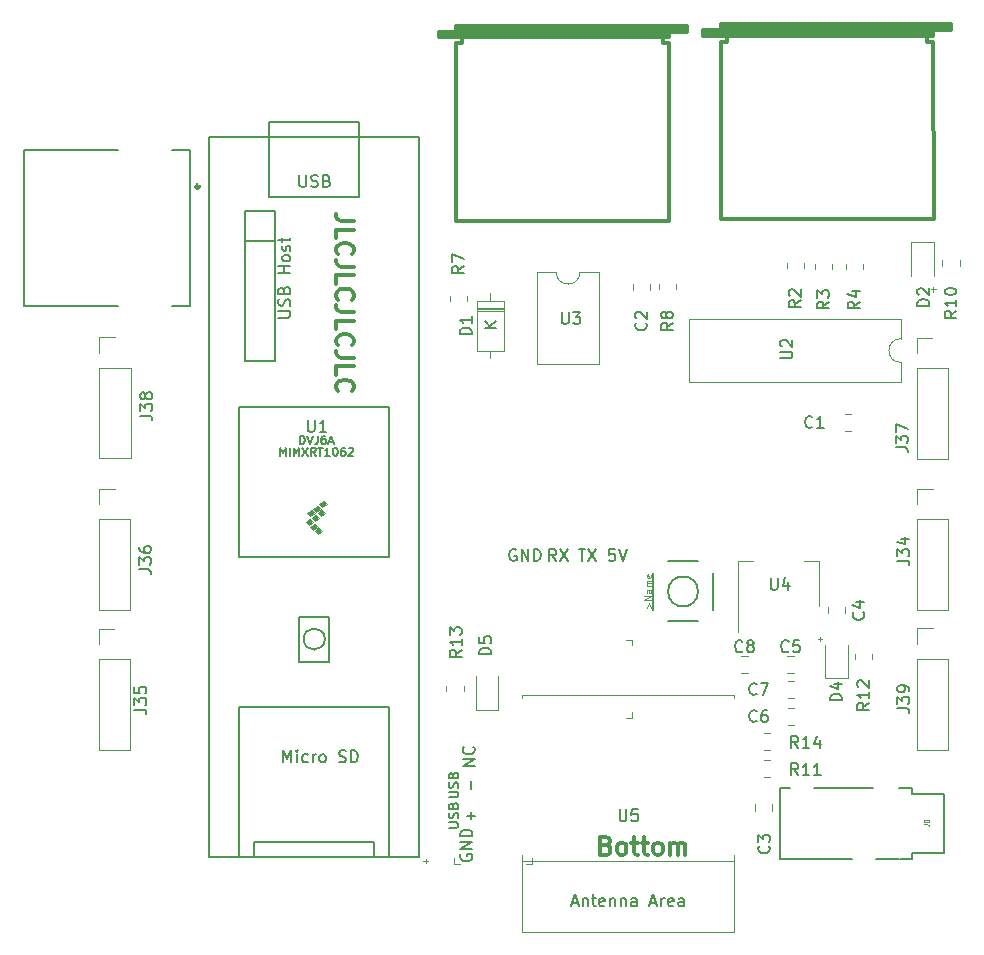
<source format=gbr>
%TF.GenerationSoftware,KiCad,Pcbnew,(5.1.10)-1*%
%TF.CreationDate,2022-01-16T14:06:34-05:00*%
%TF.ProjectId,bottom,626f7474-6f6d-42e6-9b69-6361645f7063,rev?*%
%TF.SameCoordinates,Original*%
%TF.FileFunction,Legend,Top*%
%TF.FilePolarity,Positive*%
%FSLAX46Y46*%
G04 Gerber Fmt 4.6, Leading zero omitted, Abs format (unit mm)*
G04 Created by KiCad (PCBNEW (5.1.10)-1) date 2022-01-16 14:06:34*
%MOMM*%
%LPD*%
G01*
G04 APERTURE LIST*
%ADD10C,0.300000*%
%ADD11C,0.200000*%
%ADD12C,0.125000*%
%ADD13C,0.120000*%
%ADD14C,0.100000*%
%ADD15C,0.203200*%
%ADD16C,0.304800*%
%ADD17C,0.127000*%
%ADD18C,0.150000*%
%ADD19C,0.121920*%
%ADD20C,0.050800*%
G04 APERTURE END LIST*
D10*
X136195828Y-80131428D02*
X135124400Y-80131428D01*
X134910114Y-80060000D01*
X134767257Y-79917142D01*
X134695828Y-79702857D01*
X134695828Y-79560000D01*
X134695828Y-81560000D02*
X134695828Y-80845714D01*
X136195828Y-80845714D01*
X134838685Y-82917142D02*
X134767257Y-82845714D01*
X134695828Y-82631428D01*
X134695828Y-82488571D01*
X134767257Y-82274285D01*
X134910114Y-82131428D01*
X135052971Y-82060000D01*
X135338685Y-81988571D01*
X135552971Y-81988571D01*
X135838685Y-82060000D01*
X135981542Y-82131428D01*
X136124400Y-82274285D01*
X136195828Y-82488571D01*
X136195828Y-82631428D01*
X136124400Y-82845714D01*
X136052971Y-82917142D01*
X136195828Y-83988571D02*
X135124400Y-83988571D01*
X134910114Y-83917142D01*
X134767257Y-83774285D01*
X134695828Y-83560000D01*
X134695828Y-83417142D01*
X134695828Y-85417142D02*
X134695828Y-84702857D01*
X136195828Y-84702857D01*
X134838685Y-86774285D02*
X134767257Y-86702857D01*
X134695828Y-86488571D01*
X134695828Y-86345714D01*
X134767257Y-86131428D01*
X134910114Y-85988571D01*
X135052971Y-85917142D01*
X135338685Y-85845714D01*
X135552971Y-85845714D01*
X135838685Y-85917142D01*
X135981542Y-85988571D01*
X136124400Y-86131428D01*
X136195828Y-86345714D01*
X136195828Y-86488571D01*
X136124400Y-86702857D01*
X136052971Y-86774285D01*
X136195828Y-87845714D02*
X135124400Y-87845714D01*
X134910114Y-87774285D01*
X134767257Y-87631428D01*
X134695828Y-87417142D01*
X134695828Y-87274285D01*
X134695828Y-89274285D02*
X134695828Y-88560000D01*
X136195828Y-88560000D01*
X134838685Y-90631428D02*
X134767257Y-90560000D01*
X134695828Y-90345714D01*
X134695828Y-90202857D01*
X134767257Y-89988571D01*
X134910114Y-89845714D01*
X135052971Y-89774285D01*
X135338685Y-89702857D01*
X135552971Y-89702857D01*
X135838685Y-89774285D01*
X135981542Y-89845714D01*
X136124400Y-89988571D01*
X136195828Y-90202857D01*
X136195828Y-90345714D01*
X136124400Y-90560000D01*
X136052971Y-90631428D01*
X136195828Y-91702857D02*
X135124400Y-91702857D01*
X134910114Y-91631428D01*
X134767257Y-91488571D01*
X134695828Y-91274285D01*
X134695828Y-91131428D01*
X134695828Y-93131428D02*
X134695828Y-92417142D01*
X136195828Y-92417142D01*
X134838685Y-94488571D02*
X134767257Y-94417142D01*
X134695828Y-94202857D01*
X134695828Y-94060000D01*
X134767257Y-93845714D01*
X134910114Y-93702857D01*
X135052971Y-93631428D01*
X135338685Y-93560000D01*
X135552971Y-93560000D01*
X135838685Y-93631428D01*
X135981542Y-93702857D01*
X136124400Y-93845714D01*
X136195828Y-94060000D01*
X136195828Y-94202857D01*
X136124400Y-94417142D01*
X136052971Y-94488571D01*
X157545257Y-132972857D02*
X157759542Y-133044285D01*
X157830971Y-133115714D01*
X157902400Y-133258571D01*
X157902400Y-133472857D01*
X157830971Y-133615714D01*
X157759542Y-133687142D01*
X157616685Y-133758571D01*
X157045257Y-133758571D01*
X157045257Y-132258571D01*
X157545257Y-132258571D01*
X157688114Y-132330000D01*
X157759542Y-132401428D01*
X157830971Y-132544285D01*
X157830971Y-132687142D01*
X157759542Y-132830000D01*
X157688114Y-132901428D01*
X157545257Y-132972857D01*
X157045257Y-132972857D01*
X158759542Y-133758571D02*
X158616685Y-133687142D01*
X158545257Y-133615714D01*
X158473828Y-133472857D01*
X158473828Y-133044285D01*
X158545257Y-132901428D01*
X158616685Y-132830000D01*
X158759542Y-132758571D01*
X158973828Y-132758571D01*
X159116685Y-132830000D01*
X159188114Y-132901428D01*
X159259542Y-133044285D01*
X159259542Y-133472857D01*
X159188114Y-133615714D01*
X159116685Y-133687142D01*
X158973828Y-133758571D01*
X158759542Y-133758571D01*
X159688114Y-132758571D02*
X160259542Y-132758571D01*
X159902400Y-132258571D02*
X159902400Y-133544285D01*
X159973828Y-133687142D01*
X160116685Y-133758571D01*
X160259542Y-133758571D01*
X160545257Y-132758571D02*
X161116685Y-132758571D01*
X160759542Y-132258571D02*
X160759542Y-133544285D01*
X160830971Y-133687142D01*
X160973828Y-133758571D01*
X161116685Y-133758571D01*
X161830971Y-133758571D02*
X161688114Y-133687142D01*
X161616685Y-133615714D01*
X161545257Y-133472857D01*
X161545257Y-133044285D01*
X161616685Y-132901428D01*
X161688114Y-132830000D01*
X161830971Y-132758571D01*
X162045257Y-132758571D01*
X162188114Y-132830000D01*
X162259542Y-132901428D01*
X162330971Y-133044285D01*
X162330971Y-133472857D01*
X162259542Y-133615714D01*
X162188114Y-133687142D01*
X162045257Y-133758571D01*
X161830971Y-133758571D01*
X162973828Y-133758571D02*
X162973828Y-132758571D01*
X162973828Y-132901428D02*
X163045257Y-132830000D01*
X163188114Y-132758571D01*
X163402400Y-132758571D01*
X163545257Y-132830000D01*
X163616685Y-132972857D01*
X163616685Y-133758571D01*
X163616685Y-132972857D02*
X163688114Y-132830000D01*
X163830971Y-132758571D01*
X164045257Y-132758571D01*
X164188114Y-132830000D01*
X164259542Y-132972857D01*
X164259542Y-133758571D01*
D11*
X145252400Y-133741904D02*
X145204780Y-133837142D01*
X145204780Y-133980000D01*
X145252400Y-134122857D01*
X145347638Y-134218095D01*
X145442876Y-134265714D01*
X145633352Y-134313333D01*
X145776209Y-134313333D01*
X145966685Y-134265714D01*
X146061923Y-134218095D01*
X146157161Y-134122857D01*
X146204780Y-133980000D01*
X146204780Y-133884761D01*
X146157161Y-133741904D01*
X146109542Y-133694285D01*
X145776209Y-133694285D01*
X145776209Y-133884761D01*
X146204780Y-133265714D02*
X145204780Y-133265714D01*
X146204780Y-132694285D01*
X145204780Y-132694285D01*
X146204780Y-132218095D02*
X145204780Y-132218095D01*
X145204780Y-131980000D01*
X145252400Y-131837142D01*
X145347638Y-131741904D01*
X145442876Y-131694285D01*
X145633352Y-131646666D01*
X145776209Y-131646666D01*
X145966685Y-131694285D01*
X146061923Y-131741904D01*
X146157161Y-131837142D01*
X146204780Y-131980000D01*
X146204780Y-132218095D01*
X153307733Y-108912380D02*
X152974400Y-108436190D01*
X152736304Y-108912380D02*
X152736304Y-107912380D01*
X153117257Y-107912380D01*
X153212495Y-107960000D01*
X153260114Y-108007619D01*
X153307733Y-108102857D01*
X153307733Y-108245714D01*
X153260114Y-108340952D01*
X153212495Y-108388571D01*
X153117257Y-108436190D01*
X152736304Y-108436190D01*
X153641066Y-107912380D02*
X154307733Y-108912380D01*
X154307733Y-107912380D02*
X153641066Y-108912380D01*
X155212495Y-107912380D02*
X155783923Y-107912380D01*
X155498209Y-108912380D02*
X155498209Y-107912380D01*
X156022019Y-107912380D02*
X156688685Y-108912380D01*
X156688685Y-107912380D02*
X156022019Y-108912380D01*
X146404780Y-126265714D02*
X145404780Y-126265714D01*
X146404780Y-125694285D01*
X145404780Y-125694285D01*
X146309542Y-124646666D02*
X146357161Y-124694285D01*
X146404780Y-124837142D01*
X146404780Y-124932380D01*
X146357161Y-125075238D01*
X146261923Y-125170476D01*
X146166685Y-125218095D01*
X145976209Y-125265714D01*
X145833352Y-125265714D01*
X145642876Y-125218095D01*
X145547638Y-125170476D01*
X145452400Y-125075238D01*
X145404780Y-124932380D01*
X145404780Y-124837142D01*
X145452400Y-124694285D01*
X145500019Y-124646666D01*
X158283923Y-107912380D02*
X157807733Y-107912380D01*
X157760114Y-108388571D01*
X157807733Y-108340952D01*
X157902971Y-108293333D01*
X158141066Y-108293333D01*
X158236304Y-108340952D01*
X158283923Y-108388571D01*
X158331542Y-108483809D01*
X158331542Y-108721904D01*
X158283923Y-108817142D01*
X158236304Y-108864761D01*
X158141066Y-108912380D01*
X157902971Y-108912380D01*
X157807733Y-108864761D01*
X157760114Y-108817142D01*
X158617257Y-107912380D02*
X158950590Y-108912380D01*
X159283923Y-107912380D01*
X149912495Y-107960000D02*
X149817257Y-107912380D01*
X149674400Y-107912380D01*
X149531542Y-107960000D01*
X149436304Y-108055238D01*
X149388685Y-108150476D01*
X149341066Y-108340952D01*
X149341066Y-108483809D01*
X149388685Y-108674285D01*
X149436304Y-108769523D01*
X149531542Y-108864761D01*
X149674400Y-108912380D01*
X149769638Y-108912380D01*
X149912495Y-108864761D01*
X149960114Y-108817142D01*
X149960114Y-108483809D01*
X149769638Y-108483809D01*
X150388685Y-108912380D02*
X150388685Y-107912380D01*
X150960114Y-108912380D01*
X150960114Y-107912380D01*
X151436304Y-108912380D02*
X151436304Y-107912380D01*
X151674400Y-107912380D01*
X151817257Y-107960000D01*
X151912495Y-108055238D01*
X151960114Y-108150476D01*
X152007733Y-108340952D01*
X152007733Y-108483809D01*
X151960114Y-108674285D01*
X151912495Y-108769523D01*
X151817257Y-108864761D01*
X151674400Y-108912380D01*
X151436304Y-108912380D01*
D12*
X175461923Y-115515714D02*
X175842876Y-115515714D01*
X175652400Y-115706190D02*
X175652400Y-115325238D01*
X142061923Y-134315714D02*
X142442876Y-134315714D01*
X142252400Y-134506190D02*
X142252400Y-134125238D01*
X185061923Y-85915714D02*
X185442876Y-85915714D01*
X185252400Y-86106190D02*
X185252400Y-85725238D01*
D11*
X144214304Y-131489523D02*
X144861923Y-131489523D01*
X144938114Y-131451428D01*
X144976209Y-131413333D01*
X145014304Y-131337142D01*
X145014304Y-131184761D01*
X144976209Y-131108571D01*
X144938114Y-131070476D01*
X144861923Y-131032380D01*
X144214304Y-131032380D01*
X144976209Y-130689523D02*
X145014304Y-130575238D01*
X145014304Y-130384761D01*
X144976209Y-130308571D01*
X144938114Y-130270476D01*
X144861923Y-130232380D01*
X144785733Y-130232380D01*
X144709542Y-130270476D01*
X144671447Y-130308571D01*
X144633352Y-130384761D01*
X144595257Y-130537142D01*
X144557161Y-130613333D01*
X144519066Y-130651428D01*
X144442876Y-130689523D01*
X144366685Y-130689523D01*
X144290495Y-130651428D01*
X144252400Y-130613333D01*
X144214304Y-130537142D01*
X144214304Y-130346666D01*
X144252400Y-130232380D01*
X144595257Y-129622857D02*
X144633352Y-129508571D01*
X144671447Y-129470476D01*
X144747638Y-129432380D01*
X144861923Y-129432380D01*
X144938114Y-129470476D01*
X144976209Y-129508571D01*
X145014304Y-129584761D01*
X145014304Y-129889523D01*
X144214304Y-129889523D01*
X144214304Y-129622857D01*
X144252400Y-129546666D01*
X144290495Y-129508571D01*
X144366685Y-129470476D01*
X144442876Y-129470476D01*
X144519066Y-129508571D01*
X144557161Y-129546666D01*
X144595257Y-129622857D01*
X144595257Y-129889523D01*
X146109542Y-130784761D02*
X146109542Y-130175238D01*
X146414304Y-130480000D02*
X145804780Y-130480000D01*
X144214304Y-128889523D02*
X144861923Y-128889523D01*
X144938114Y-128851428D01*
X144976209Y-128813333D01*
X145014304Y-128737142D01*
X145014304Y-128584761D01*
X144976209Y-128508571D01*
X144938114Y-128470476D01*
X144861923Y-128432380D01*
X144214304Y-128432380D01*
X144976209Y-128089523D02*
X145014304Y-127975238D01*
X145014304Y-127784761D01*
X144976209Y-127708571D01*
X144938114Y-127670476D01*
X144861923Y-127632380D01*
X144785733Y-127632380D01*
X144709542Y-127670476D01*
X144671447Y-127708571D01*
X144633352Y-127784761D01*
X144595257Y-127937142D01*
X144557161Y-128013333D01*
X144519066Y-128051428D01*
X144442876Y-128089523D01*
X144366685Y-128089523D01*
X144290495Y-128051428D01*
X144252400Y-128013333D01*
X144214304Y-127937142D01*
X144214304Y-127746666D01*
X144252400Y-127632380D01*
X144595257Y-127022857D02*
X144633352Y-126908571D01*
X144671447Y-126870476D01*
X144747638Y-126832380D01*
X144861923Y-126832380D01*
X144938114Y-126870476D01*
X144976209Y-126908571D01*
X145014304Y-126984761D01*
X145014304Y-127289523D01*
X144214304Y-127289523D01*
X144214304Y-127022857D01*
X144252400Y-126946666D01*
X144290495Y-126908571D01*
X144366685Y-126870476D01*
X144442876Y-126870476D01*
X144519066Y-126908571D01*
X144557161Y-126946666D01*
X144595257Y-127022857D01*
X144595257Y-127289523D01*
X146109542Y-128184761D02*
X146109542Y-127575238D01*
D13*
%TO.C,R14*%
X170925336Y-124915000D02*
X171379464Y-124915000D01*
X170925336Y-123445000D02*
X171379464Y-123445000D01*
%TO.C,C8*%
X168991148Y-116945000D02*
X169513652Y-116945000D01*
X168991148Y-118415000D02*
X169513652Y-118415000D01*
%TO.C,U4*%
X168742400Y-114930000D02*
X168742400Y-108920000D01*
X175562400Y-112680000D02*
X175562400Y-108920000D01*
X168742400Y-108920000D02*
X170002400Y-108920000D01*
X175562400Y-108920000D02*
X174302400Y-108920000D01*
%TO.C,R13*%
X144017400Y-119907064D02*
X144017400Y-119452936D01*
X145487400Y-119907064D02*
X145487400Y-119452936D01*
%TO.C,D5*%
X146492400Y-118680000D02*
X146492400Y-121540000D01*
X146492400Y-121540000D02*
X148412400Y-121540000D01*
X148412400Y-121540000D02*
X148412400Y-118680000D01*
%TO.C,R12*%
X180087400Y-116752936D02*
X180087400Y-117207064D01*
X178617400Y-116752936D02*
X178617400Y-117207064D01*
%TO.C,D4*%
X176092400Y-115980000D02*
X176092400Y-118840000D01*
X176092400Y-118840000D02*
X178012400Y-118840000D01*
X178012400Y-118840000D02*
X178012400Y-115980000D01*
D14*
%TO.C,J96*%
X144652400Y-134560000D02*
X145152400Y-134560000D01*
X144652400Y-134560000D02*
X144652400Y-134060000D01*
X151252400Y-134560000D02*
X150752400Y-134560000D01*
X151252400Y-134560000D02*
X151252400Y-134060000D01*
D13*
%TO.C,U5*%
X168402400Y-140280000D02*
X150402400Y-140280000D01*
X150402400Y-120280000D02*
X168402400Y-120280000D01*
X150402400Y-134280000D02*
X168352400Y-134280000D01*
X150402400Y-140280000D02*
X150402400Y-133780000D01*
X168402400Y-140280000D02*
X168402400Y-133780000D01*
X168402400Y-120280000D02*
X168402400Y-120530000D01*
X150402400Y-120530000D02*
X150402400Y-120280000D01*
D15*
%TO.C,S1*%
X165327400Y-111486000D02*
G75*
G03*
X165327400Y-111486000I-1270000J0D01*
G01*
X166597400Y-109946000D02*
X166597400Y-113026000D01*
X162817400Y-108946000D02*
X165297400Y-108946000D01*
X161517400Y-113026000D02*
X161517400Y-109946000D01*
X165297400Y-114026000D02*
X162787400Y-114026000D01*
D13*
%TO.C,R11*%
X170925336Y-127215000D02*
X171379464Y-127215000D01*
X170925336Y-125745000D02*
X171379464Y-125745000D01*
%TO.C,C7*%
X172928648Y-120515000D02*
X173451152Y-120515000D01*
X172928648Y-119045000D02*
X173451152Y-119045000D01*
%TO.C,C6*%
X172928648Y-121345000D02*
X173451152Y-121345000D01*
X172928648Y-122815000D02*
X173451152Y-122815000D01*
%TO.C,C4*%
X176317400Y-113341252D02*
X176317400Y-112818748D01*
X177787400Y-113341252D02*
X177787400Y-112818748D01*
%TO.C,R10*%
X187487400Y-83452936D02*
X187487400Y-83907064D01*
X186017400Y-83452936D02*
X186017400Y-83907064D01*
%TO.C,D2*%
X185312400Y-84755000D02*
X185312400Y-81895000D01*
X185312400Y-81895000D02*
X183392400Y-81895000D01*
X183392400Y-81895000D02*
X183392400Y-84755000D01*
D16*
%TO.C,J90*%
X165752040Y-64481160D02*
X165752040Y-63980780D01*
X186752760Y-63480400D02*
X186752760Y-63980780D01*
X184751240Y-64979000D02*
X184751240Y-64481160D01*
X167753560Y-64481160D02*
X167753560Y-64979000D01*
X185251620Y-64979000D02*
X184751240Y-64979000D01*
X167253180Y-64979000D02*
X167753560Y-64979000D01*
X185251620Y-64481160D02*
X165752040Y-64481160D01*
X185251620Y-63980780D02*
X185251620Y-64481160D01*
X186752760Y-63980780D02*
X185251620Y-63980780D01*
X167253180Y-63480400D02*
X186752760Y-63480400D01*
X167253180Y-63980780D02*
X167253180Y-63480400D01*
X165752040Y-63980780D02*
X167253180Y-63980780D01*
X167235400Y-79990400D02*
X174220400Y-79990400D01*
X167235400Y-79990400D02*
X167253180Y-64979000D01*
X185269400Y-79990400D02*
X174169600Y-79990400D01*
X185269400Y-79965000D02*
X185251620Y-64979000D01*
X186752760Y-63729320D02*
X167253180Y-63729320D01*
X167253180Y-63980780D02*
X185251620Y-63980780D01*
X185251620Y-64229700D02*
X165752040Y-64229700D01*
D10*
%TO.C,J70*%
X123112400Y-77210000D02*
G75*
G03*
X123112400Y-77210000I-150000J0D01*
G01*
D17*
X120762400Y-74145000D02*
X122272400Y-74145000D01*
X108272400Y-74145000D02*
X116182400Y-74145000D01*
X108272400Y-87275000D02*
X108272400Y-74145000D01*
X116182400Y-87275000D02*
X108272400Y-87275000D01*
X122272400Y-87275000D02*
X120762400Y-87275000D01*
X122272400Y-74145000D02*
X122272400Y-87275000D01*
D14*
%TO.C,J99*%
X159732400Y-122160000D02*
X159732400Y-121660000D01*
X159732400Y-122160000D02*
X159232400Y-122160000D01*
X159732400Y-115560000D02*
X159732400Y-116060000D01*
X159732400Y-115560000D02*
X159232400Y-115560000D01*
D13*
%TO.C,R8*%
X162017400Y-85452936D02*
X162017400Y-85907064D01*
X163487400Y-85452936D02*
X163487400Y-85907064D01*
%TO.C,R7*%
X145787400Y-86452936D02*
X145787400Y-86907064D01*
X144317400Y-86452936D02*
X144317400Y-86907064D01*
%TO.C,R4*%
X179287400Y-83752936D02*
X179287400Y-84207064D01*
X177817400Y-83752936D02*
X177817400Y-84207064D01*
%TO.C,R3*%
X176687400Y-83752936D02*
X176687400Y-84207064D01*
X175217400Y-83752936D02*
X175217400Y-84207064D01*
%TO.C,R2*%
X172817400Y-83652936D02*
X172817400Y-84107064D01*
X174287400Y-83652936D02*
X174287400Y-84107064D01*
%TO.C,C2*%
X161287400Y-85941252D02*
X161287400Y-85418748D01*
X159817400Y-85941252D02*
X159817400Y-85418748D01*
%TO.C,C1*%
X177753648Y-96445000D02*
X178276152Y-96445000D01*
X177753648Y-97915000D02*
X178276152Y-97915000D01*
%TO.C,J39*%
X183856220Y-114619540D02*
X185186220Y-114619540D01*
X183856220Y-115949540D02*
X183856220Y-114619540D01*
X183856220Y-117219540D02*
X186516220Y-117219540D01*
X186516220Y-117219540D02*
X186516220Y-124899540D01*
X183856220Y-117219540D02*
X183856220Y-124899540D01*
X183856220Y-124899540D02*
X186516220Y-124899540D01*
%TO.C,J38*%
X114636140Y-89940900D02*
X115966140Y-89940900D01*
X114636140Y-91270900D02*
X114636140Y-89940900D01*
X114636140Y-92540900D02*
X117296140Y-92540900D01*
X117296140Y-92540900D02*
X117296140Y-100220900D01*
X114636140Y-92540900D02*
X114636140Y-100220900D01*
X114636140Y-100220900D02*
X117296140Y-100220900D01*
%TO.C,J37*%
X183838440Y-100266620D02*
X186498440Y-100266620D01*
X183838440Y-92586620D02*
X183838440Y-100266620D01*
X186498440Y-92586620D02*
X186498440Y-100266620D01*
X183838440Y-92586620D02*
X186498440Y-92586620D01*
X183838440Y-91316620D02*
X183838440Y-89986620D01*
X183838440Y-89986620D02*
X185168440Y-89986620D01*
%TO.C,J36*%
X114610740Y-113055520D02*
X117270740Y-113055520D01*
X114610740Y-105375520D02*
X114610740Y-113055520D01*
X117270740Y-105375520D02*
X117270740Y-113055520D01*
X114610740Y-105375520D02*
X117270740Y-105375520D01*
X114610740Y-104105520D02*
X114610740Y-102775520D01*
X114610740Y-102775520D02*
X115940740Y-102775520D01*
%TO.C,J35*%
X114577720Y-114644940D02*
X115907720Y-114644940D01*
X114577720Y-115974940D02*
X114577720Y-114644940D01*
X114577720Y-117244940D02*
X117237720Y-117244940D01*
X117237720Y-117244940D02*
X117237720Y-124924940D01*
X114577720Y-117244940D02*
X114577720Y-124924940D01*
X114577720Y-124924940D02*
X117237720Y-124924940D01*
%TO.C,J34*%
X183851140Y-113065680D02*
X186511140Y-113065680D01*
X183851140Y-105385680D02*
X183851140Y-113065680D01*
X186511140Y-105385680D02*
X186511140Y-113065680D01*
X183851140Y-105385680D02*
X186511140Y-105385680D01*
X183851140Y-104115680D02*
X183851140Y-102785680D01*
X183851140Y-102785680D02*
X185181140Y-102785680D01*
%TO.C,U3*%
X153318420Y-84461200D02*
X151668420Y-84461200D01*
X151668420Y-84461200D02*
X151668420Y-92201200D01*
X151668420Y-92201200D02*
X156968420Y-92201200D01*
X156968420Y-92201200D02*
X156968420Y-84461200D01*
X156968420Y-84461200D02*
X155318420Y-84461200D01*
X155318420Y-84461200D02*
G75*
G02*
X153318420Y-84461200I-1000000J0D01*
G01*
%TO.C,U2*%
X182482400Y-90090000D02*
X182482400Y-88440000D01*
X182482400Y-88440000D02*
X164582400Y-88440000D01*
X164582400Y-88440000D02*
X164582400Y-93740000D01*
X164582400Y-93740000D02*
X182482400Y-93740000D01*
X182482400Y-93740000D02*
X182482400Y-92090000D01*
X182482400Y-92090000D02*
G75*
G02*
X182482400Y-90090000I0J1000000D01*
G01*
D14*
%TO.C,U1*%
G36*
X133139400Y-106647000D02*
G01*
X132885400Y-106393000D01*
X133266400Y-106139000D01*
X133520400Y-106393000D01*
X133139400Y-106647000D01*
G37*
X133139400Y-106647000D02*
X132885400Y-106393000D01*
X133266400Y-106139000D01*
X133520400Y-106393000D01*
X133139400Y-106647000D01*
G36*
X132758400Y-106266000D02*
G01*
X132504400Y-106012000D01*
X132885400Y-105758000D01*
X133139400Y-106012000D01*
X132758400Y-106266000D01*
G37*
X132758400Y-106266000D02*
X132504400Y-106012000D01*
X132885400Y-105758000D01*
X133139400Y-106012000D01*
X132758400Y-106266000D01*
G36*
X133520400Y-104361000D02*
G01*
X133266400Y-104107000D01*
X133647400Y-103853000D01*
X133901400Y-104107000D01*
X133520400Y-104361000D01*
G37*
X133520400Y-104361000D02*
X133266400Y-104107000D01*
X133647400Y-103853000D01*
X133901400Y-104107000D01*
X133520400Y-104361000D01*
G36*
X133012400Y-104742000D02*
G01*
X132758400Y-104488000D01*
X133139400Y-104234000D01*
X133393400Y-104488000D01*
X133012400Y-104742000D01*
G37*
X133012400Y-104742000D02*
X132758400Y-104488000D01*
X133139400Y-104234000D01*
X133393400Y-104488000D01*
X133012400Y-104742000D01*
G36*
X132504400Y-105123000D02*
G01*
X132250400Y-104869000D01*
X132631400Y-104615000D01*
X132885400Y-104869000D01*
X132504400Y-105123000D01*
G37*
X132504400Y-105123000D02*
X132250400Y-104869000D01*
X132631400Y-104615000D01*
X132885400Y-104869000D01*
X132504400Y-105123000D01*
G36*
X133393400Y-105123000D02*
G01*
X133139400Y-104869000D01*
X133520400Y-104615000D01*
X133774400Y-104869000D01*
X133393400Y-105123000D01*
G37*
X133393400Y-105123000D02*
X133139400Y-104869000D01*
X133520400Y-104615000D01*
X133774400Y-104869000D01*
X133393400Y-105123000D01*
G36*
X132885400Y-105504000D02*
G01*
X132631400Y-105250000D01*
X133012400Y-104996000D01*
X133266400Y-105250000D01*
X132885400Y-105504000D01*
G37*
X132885400Y-105504000D02*
X132631400Y-105250000D01*
X133012400Y-104996000D01*
X133266400Y-105250000D01*
X132885400Y-105504000D01*
G36*
X132377400Y-105885000D02*
G01*
X132123400Y-105631000D01*
X132504400Y-105377000D01*
X132758400Y-105631000D01*
X132377400Y-105885000D01*
G37*
X132377400Y-105885000D02*
X132123400Y-105631000D01*
X132504400Y-105377000D01*
X132758400Y-105631000D01*
X132377400Y-105885000D01*
D18*
X123942400Y-72970000D02*
X141722400Y-72970000D01*
X123942400Y-133930000D02*
X123942400Y-72970000D01*
X141722400Y-133930000D02*
X123942400Y-133930000D01*
X141722400Y-72970000D02*
X141722400Y-133930000D01*
X129022400Y-78050000D02*
X129022400Y-72970000D01*
X136642400Y-78050000D02*
X136642400Y-72970000D01*
X129022400Y-78050000D02*
X136642400Y-78050000D01*
X136642400Y-71700000D02*
X136642400Y-72970000D01*
X129022400Y-71700000D02*
X136642400Y-71700000D01*
X129022400Y-72970000D02*
X129022400Y-71700000D01*
X139182400Y-133930000D02*
X139182400Y-121230000D01*
X139182400Y-121230000D02*
X126482400Y-121230000D01*
X126482400Y-121230000D02*
X126482400Y-133930000D01*
X137912400Y-133930000D02*
X137912400Y-132660000D01*
X137912400Y-132660000D02*
X127752400Y-132660000D01*
X127752400Y-132660000D02*
X127752400Y-133930000D01*
X134102400Y-117420000D02*
X131562400Y-117420000D01*
X131562400Y-117420000D02*
X131562400Y-113610000D01*
X131562400Y-113610000D02*
X134102400Y-113610000D01*
X134102400Y-113610000D02*
X134102400Y-117420000D01*
X129533200Y-79269200D02*
X129533200Y-91969200D01*
X129533200Y-91969200D02*
X126993200Y-91969200D01*
X126993200Y-91969200D02*
X126993200Y-79269200D01*
X126993200Y-79269200D02*
X129533200Y-79269200D01*
X129533200Y-79269200D02*
X129533200Y-81809200D01*
X129533200Y-81809200D02*
X126993200Y-81809200D01*
X126482400Y-95830000D02*
X126482400Y-108530000D01*
X126482400Y-108530000D02*
X139182400Y-108530000D01*
X139182400Y-108530000D02*
X139182400Y-95830000D01*
X139182400Y-95830000D02*
X126482400Y-95830000D01*
X133730426Y-115515000D02*
G75*
G03*
X133730426Y-115515000I-898026J0D01*
G01*
D13*
%TO.C,D1*%
X148872400Y-86870000D02*
X146632400Y-86870000D01*
X146632400Y-86870000D02*
X146632400Y-91110000D01*
X146632400Y-91110000D02*
X148872400Y-91110000D01*
X148872400Y-91110000D02*
X148872400Y-86870000D01*
X147752400Y-86220000D02*
X147752400Y-86870000D01*
X147752400Y-91760000D02*
X147752400Y-91110000D01*
X148872400Y-87590000D02*
X146632400Y-87590000D01*
X148872400Y-87710000D02*
X146632400Y-87710000D01*
X148872400Y-87470000D02*
X146632400Y-87470000D01*
%TO.C,C3*%
X170117400Y-129518748D02*
X170117400Y-130041252D01*
X171587400Y-129518748D02*
X171587400Y-130041252D01*
%TO.C,C5*%
X172891148Y-118415000D02*
X173413652Y-118415000D01*
X172891148Y-116945000D02*
X173413652Y-116945000D01*
D16*
%TO.C,J40*%
X162851620Y-64329700D02*
X143352040Y-64329700D01*
X144853180Y-64080780D02*
X162851620Y-64080780D01*
X164352760Y-63829320D02*
X144853180Y-63829320D01*
X162869400Y-80065000D02*
X162851620Y-65079000D01*
X162869400Y-80090400D02*
X151769600Y-80090400D01*
X144835400Y-80090400D02*
X144853180Y-65079000D01*
X144835400Y-80090400D02*
X151820400Y-80090400D01*
X143352040Y-64080780D02*
X144853180Y-64080780D01*
X144853180Y-64080780D02*
X144853180Y-63580400D01*
X144853180Y-63580400D02*
X164352760Y-63580400D01*
X164352760Y-64080780D02*
X162851620Y-64080780D01*
X162851620Y-64080780D02*
X162851620Y-64581160D01*
X162851620Y-64581160D02*
X143352040Y-64581160D01*
X144853180Y-65079000D02*
X145353560Y-65079000D01*
X162851620Y-65079000D02*
X162351240Y-65079000D01*
X145353560Y-64581160D02*
X145353560Y-65079000D01*
X162351240Y-65079000D02*
X162351240Y-64581160D01*
X164352760Y-63580400D02*
X164352760Y-64080780D01*
X143352040Y-64581160D02*
X143352040Y-64080780D01*
D18*
%TO.C,J0*%
X182379400Y-134130000D02*
X180379400Y-134130000D01*
X183479400Y-133630000D02*
X183479400Y-134130000D01*
X186179400Y-133630000D02*
X183479400Y-133630000D01*
X186179400Y-128630000D02*
X186179400Y-133630000D01*
X183479400Y-128630000D02*
X186179400Y-128630000D01*
X183479400Y-128130000D02*
X183479400Y-128630000D01*
X182379400Y-128130000D02*
X183479400Y-128130000D01*
X180129400Y-128130000D02*
X175179400Y-128130000D01*
X172279400Y-128130000D02*
X173129400Y-128130000D01*
X172279400Y-134130000D02*
X172279400Y-128130000D01*
X178379400Y-134130000D02*
X172279400Y-134130000D01*
X183479400Y-134130000D02*
X182429400Y-134130000D01*
%TO.C,R14*%
X173809542Y-124732380D02*
X173476209Y-124256190D01*
X173238114Y-124732380D02*
X173238114Y-123732380D01*
X173619066Y-123732380D01*
X173714304Y-123780000D01*
X173761923Y-123827619D01*
X173809542Y-123922857D01*
X173809542Y-124065714D01*
X173761923Y-124160952D01*
X173714304Y-124208571D01*
X173619066Y-124256190D01*
X173238114Y-124256190D01*
X174761923Y-124732380D02*
X174190495Y-124732380D01*
X174476209Y-124732380D02*
X174476209Y-123732380D01*
X174380971Y-123875238D01*
X174285733Y-123970476D01*
X174190495Y-124018095D01*
X175619066Y-124065714D02*
X175619066Y-124732380D01*
X175380971Y-123684761D02*
X175142876Y-124399047D01*
X175761923Y-124399047D01*
%TO.C,C8*%
X169085733Y-116537142D02*
X169038114Y-116584761D01*
X168895257Y-116632380D01*
X168800019Y-116632380D01*
X168657161Y-116584761D01*
X168561923Y-116489523D01*
X168514304Y-116394285D01*
X168466685Y-116203809D01*
X168466685Y-116060952D01*
X168514304Y-115870476D01*
X168561923Y-115775238D01*
X168657161Y-115680000D01*
X168800019Y-115632380D01*
X168895257Y-115632380D01*
X169038114Y-115680000D01*
X169085733Y-115727619D01*
X169657161Y-116060952D02*
X169561923Y-116013333D01*
X169514304Y-115965714D01*
X169466685Y-115870476D01*
X169466685Y-115822857D01*
X169514304Y-115727619D01*
X169561923Y-115680000D01*
X169657161Y-115632380D01*
X169847638Y-115632380D01*
X169942876Y-115680000D01*
X169990495Y-115727619D01*
X170038114Y-115822857D01*
X170038114Y-115870476D01*
X169990495Y-115965714D01*
X169942876Y-116013333D01*
X169847638Y-116060952D01*
X169657161Y-116060952D01*
X169561923Y-116108571D01*
X169514304Y-116156190D01*
X169466685Y-116251428D01*
X169466685Y-116441904D01*
X169514304Y-116537142D01*
X169561923Y-116584761D01*
X169657161Y-116632380D01*
X169847638Y-116632380D01*
X169942876Y-116584761D01*
X169990495Y-116537142D01*
X170038114Y-116441904D01*
X170038114Y-116251428D01*
X169990495Y-116156190D01*
X169942876Y-116108571D01*
X169847638Y-116060952D01*
%TO.C,U4*%
X171490495Y-110332380D02*
X171490495Y-111141904D01*
X171538114Y-111237142D01*
X171585733Y-111284761D01*
X171680971Y-111332380D01*
X171871447Y-111332380D01*
X171966685Y-111284761D01*
X172014304Y-111237142D01*
X172061923Y-111141904D01*
X172061923Y-110332380D01*
X172966685Y-110665714D02*
X172966685Y-111332380D01*
X172728590Y-110284761D02*
X172490495Y-110999047D01*
X173109542Y-110999047D01*
%TO.C,R13*%
X145304780Y-116422857D02*
X144828590Y-116756190D01*
X145304780Y-116994285D02*
X144304780Y-116994285D01*
X144304780Y-116613333D01*
X144352400Y-116518095D01*
X144400019Y-116470476D01*
X144495257Y-116422857D01*
X144638114Y-116422857D01*
X144733352Y-116470476D01*
X144780971Y-116518095D01*
X144828590Y-116613333D01*
X144828590Y-116994285D01*
X145304780Y-115470476D02*
X145304780Y-116041904D01*
X145304780Y-115756190D02*
X144304780Y-115756190D01*
X144447638Y-115851428D01*
X144542876Y-115946666D01*
X144590495Y-116041904D01*
X144304780Y-115137142D02*
X144304780Y-114518095D01*
X144685733Y-114851428D01*
X144685733Y-114708571D01*
X144733352Y-114613333D01*
X144780971Y-114565714D01*
X144876209Y-114518095D01*
X145114304Y-114518095D01*
X145209542Y-114565714D01*
X145257161Y-114613333D01*
X145304780Y-114708571D01*
X145304780Y-114994285D01*
X145257161Y-115089523D01*
X145209542Y-115137142D01*
%TO.C,D5*%
X147804780Y-116818095D02*
X146804780Y-116818095D01*
X146804780Y-116580000D01*
X146852400Y-116437142D01*
X146947638Y-116341904D01*
X147042876Y-116294285D01*
X147233352Y-116246666D01*
X147376209Y-116246666D01*
X147566685Y-116294285D01*
X147661923Y-116341904D01*
X147757161Y-116437142D01*
X147804780Y-116580000D01*
X147804780Y-116818095D01*
X146804780Y-115341904D02*
X146804780Y-115818095D01*
X147280971Y-115865714D01*
X147233352Y-115818095D01*
X147185733Y-115722857D01*
X147185733Y-115484761D01*
X147233352Y-115389523D01*
X147280971Y-115341904D01*
X147376209Y-115294285D01*
X147614304Y-115294285D01*
X147709542Y-115341904D01*
X147757161Y-115389523D01*
X147804780Y-115484761D01*
X147804780Y-115722857D01*
X147757161Y-115818095D01*
X147709542Y-115865714D01*
%TO.C,R12*%
X179804780Y-120922857D02*
X179328590Y-121256190D01*
X179804780Y-121494285D02*
X178804780Y-121494285D01*
X178804780Y-121113333D01*
X178852400Y-121018095D01*
X178900019Y-120970476D01*
X178995257Y-120922857D01*
X179138114Y-120922857D01*
X179233352Y-120970476D01*
X179280971Y-121018095D01*
X179328590Y-121113333D01*
X179328590Y-121494285D01*
X179804780Y-119970476D02*
X179804780Y-120541904D01*
X179804780Y-120256190D02*
X178804780Y-120256190D01*
X178947638Y-120351428D01*
X179042876Y-120446666D01*
X179090495Y-120541904D01*
X178900019Y-119589523D02*
X178852400Y-119541904D01*
X178804780Y-119446666D01*
X178804780Y-119208571D01*
X178852400Y-119113333D01*
X178900019Y-119065714D01*
X178995257Y-119018095D01*
X179090495Y-119018095D01*
X179233352Y-119065714D01*
X179804780Y-119637142D01*
X179804780Y-119018095D01*
%TO.C,D4*%
X177504780Y-120718095D02*
X176504780Y-120718095D01*
X176504780Y-120480000D01*
X176552400Y-120337142D01*
X176647638Y-120241904D01*
X176742876Y-120194285D01*
X176933352Y-120146666D01*
X177076209Y-120146666D01*
X177266685Y-120194285D01*
X177361923Y-120241904D01*
X177457161Y-120337142D01*
X177504780Y-120480000D01*
X177504780Y-120718095D01*
X176838114Y-119289523D02*
X177504780Y-119289523D01*
X176457161Y-119527619D02*
X177171447Y-119765714D01*
X177171447Y-119146666D01*
%TO.C,U5*%
X158690495Y-129932380D02*
X158690495Y-130741904D01*
X158738114Y-130837142D01*
X158785733Y-130884761D01*
X158880971Y-130932380D01*
X159071447Y-130932380D01*
X159166685Y-130884761D01*
X159214304Y-130837142D01*
X159261923Y-130741904D01*
X159261923Y-129932380D01*
X160214304Y-129932380D02*
X159738114Y-129932380D01*
X159690495Y-130408571D01*
X159738114Y-130360952D01*
X159833352Y-130313333D01*
X160071447Y-130313333D01*
X160166685Y-130360952D01*
X160214304Y-130408571D01*
X160261923Y-130503809D01*
X160261923Y-130741904D01*
X160214304Y-130837142D01*
X160166685Y-130884761D01*
X160071447Y-130932380D01*
X159833352Y-130932380D01*
X159738114Y-130884761D01*
X159690495Y-130837142D01*
X154640495Y-137846666D02*
X155116685Y-137846666D01*
X154545257Y-138132380D02*
X154878590Y-137132380D01*
X155211923Y-138132380D01*
X155545257Y-137465714D02*
X155545257Y-138132380D01*
X155545257Y-137560952D02*
X155592876Y-137513333D01*
X155688114Y-137465714D01*
X155830971Y-137465714D01*
X155926209Y-137513333D01*
X155973828Y-137608571D01*
X155973828Y-138132380D01*
X156307161Y-137465714D02*
X156688114Y-137465714D01*
X156450019Y-137132380D02*
X156450019Y-137989523D01*
X156497638Y-138084761D01*
X156592876Y-138132380D01*
X156688114Y-138132380D01*
X157402400Y-138084761D02*
X157307161Y-138132380D01*
X157116685Y-138132380D01*
X157021447Y-138084761D01*
X156973828Y-137989523D01*
X156973828Y-137608571D01*
X157021447Y-137513333D01*
X157116685Y-137465714D01*
X157307161Y-137465714D01*
X157402400Y-137513333D01*
X157450019Y-137608571D01*
X157450019Y-137703809D01*
X156973828Y-137799047D01*
X157878590Y-137465714D02*
X157878590Y-138132380D01*
X157878590Y-137560952D02*
X157926209Y-137513333D01*
X158021447Y-137465714D01*
X158164304Y-137465714D01*
X158259542Y-137513333D01*
X158307161Y-137608571D01*
X158307161Y-138132380D01*
X158783352Y-137465714D02*
X158783352Y-138132380D01*
X158783352Y-137560952D02*
X158830971Y-137513333D01*
X158926209Y-137465714D01*
X159069066Y-137465714D01*
X159164304Y-137513333D01*
X159211923Y-137608571D01*
X159211923Y-138132380D01*
X160116685Y-138132380D02*
X160116685Y-137608571D01*
X160069066Y-137513333D01*
X159973828Y-137465714D01*
X159783352Y-137465714D01*
X159688114Y-137513333D01*
X160116685Y-138084761D02*
X160021447Y-138132380D01*
X159783352Y-138132380D01*
X159688114Y-138084761D01*
X159640495Y-137989523D01*
X159640495Y-137894285D01*
X159688114Y-137799047D01*
X159783352Y-137751428D01*
X160021447Y-137751428D01*
X160116685Y-137703809D01*
X161307161Y-137846666D02*
X161783352Y-137846666D01*
X161211923Y-138132380D02*
X161545257Y-137132380D01*
X161878590Y-138132380D01*
X162211923Y-138132380D02*
X162211923Y-137465714D01*
X162211923Y-137656190D02*
X162259542Y-137560952D01*
X162307161Y-137513333D01*
X162402400Y-137465714D01*
X162497638Y-137465714D01*
X163211923Y-138084761D02*
X163116685Y-138132380D01*
X162926209Y-138132380D01*
X162830971Y-138084761D01*
X162783352Y-137989523D01*
X162783352Y-137608571D01*
X162830971Y-137513333D01*
X162926209Y-137465714D01*
X163116685Y-137465714D01*
X163211923Y-137513333D01*
X163259542Y-137608571D01*
X163259542Y-137703809D01*
X162783352Y-137799047D01*
X164116685Y-138132380D02*
X164116685Y-137608571D01*
X164069066Y-137513333D01*
X163973828Y-137465714D01*
X163783352Y-137465714D01*
X163688114Y-137513333D01*
X164116685Y-138084761D02*
X164021447Y-138132380D01*
X163783352Y-138132380D01*
X163688114Y-138084761D01*
X163640495Y-137989523D01*
X163640495Y-137894285D01*
X163688114Y-137799047D01*
X163783352Y-137751428D01*
X164021447Y-137751428D01*
X164116685Y-137703809D01*
%TO.C,S1*%
D19*
X160976742Y-112906222D02*
X161142205Y-112464988D01*
X161307668Y-112906222D01*
X161362822Y-112189217D02*
X160783702Y-112189217D01*
X161362822Y-111858291D01*
X160783702Y-111858291D01*
X161362822Y-111334325D02*
X161059474Y-111334325D01*
X161004320Y-111361902D01*
X160976742Y-111417057D01*
X160976742Y-111527365D01*
X161004320Y-111582520D01*
X161335245Y-111334325D02*
X161362822Y-111389480D01*
X161362822Y-111527365D01*
X161335245Y-111582520D01*
X161280091Y-111610097D01*
X161224937Y-111610097D01*
X161169782Y-111582520D01*
X161142205Y-111527365D01*
X161142205Y-111389480D01*
X161114628Y-111334325D01*
X161362822Y-111058554D02*
X160976742Y-111058554D01*
X161031897Y-111058554D02*
X161004320Y-111030977D01*
X160976742Y-110975822D01*
X160976742Y-110893091D01*
X161004320Y-110837937D01*
X161059474Y-110810360D01*
X161362822Y-110810360D01*
X161059474Y-110810360D02*
X161004320Y-110782782D01*
X160976742Y-110727628D01*
X160976742Y-110644897D01*
X161004320Y-110589742D01*
X161059474Y-110562165D01*
X161362822Y-110562165D01*
X161335245Y-110065777D02*
X161362822Y-110120931D01*
X161362822Y-110231240D01*
X161335245Y-110286394D01*
X161280091Y-110313971D01*
X161059474Y-110313971D01*
X161004320Y-110286394D01*
X160976742Y-110231240D01*
X160976742Y-110120931D01*
X161004320Y-110065777D01*
X161059474Y-110038200D01*
X161114628Y-110038200D01*
X161169782Y-110313971D01*
%TO.C,R11*%
D18*
X173809542Y-127032380D02*
X173476209Y-126556190D01*
X173238114Y-127032380D02*
X173238114Y-126032380D01*
X173619066Y-126032380D01*
X173714304Y-126080000D01*
X173761923Y-126127619D01*
X173809542Y-126222857D01*
X173809542Y-126365714D01*
X173761923Y-126460952D01*
X173714304Y-126508571D01*
X173619066Y-126556190D01*
X173238114Y-126556190D01*
X174761923Y-127032380D02*
X174190495Y-127032380D01*
X174476209Y-127032380D02*
X174476209Y-126032380D01*
X174380971Y-126175238D01*
X174285733Y-126270476D01*
X174190495Y-126318095D01*
X175714304Y-127032380D02*
X175142876Y-127032380D01*
X175428590Y-127032380D02*
X175428590Y-126032380D01*
X175333352Y-126175238D01*
X175238114Y-126270476D01*
X175142876Y-126318095D01*
%TO.C,C7*%
X170285733Y-120137142D02*
X170238114Y-120184761D01*
X170095257Y-120232380D01*
X170000019Y-120232380D01*
X169857161Y-120184761D01*
X169761923Y-120089523D01*
X169714304Y-119994285D01*
X169666685Y-119803809D01*
X169666685Y-119660952D01*
X169714304Y-119470476D01*
X169761923Y-119375238D01*
X169857161Y-119280000D01*
X170000019Y-119232380D01*
X170095257Y-119232380D01*
X170238114Y-119280000D01*
X170285733Y-119327619D01*
X170619066Y-119232380D02*
X171285733Y-119232380D01*
X170857161Y-120232380D01*
%TO.C,C6*%
X170285733Y-122437142D02*
X170238114Y-122484761D01*
X170095257Y-122532380D01*
X170000019Y-122532380D01*
X169857161Y-122484761D01*
X169761923Y-122389523D01*
X169714304Y-122294285D01*
X169666685Y-122103809D01*
X169666685Y-121960952D01*
X169714304Y-121770476D01*
X169761923Y-121675238D01*
X169857161Y-121580000D01*
X170000019Y-121532380D01*
X170095257Y-121532380D01*
X170238114Y-121580000D01*
X170285733Y-121627619D01*
X171142876Y-121532380D02*
X170952400Y-121532380D01*
X170857161Y-121580000D01*
X170809542Y-121627619D01*
X170714304Y-121770476D01*
X170666685Y-121960952D01*
X170666685Y-122341904D01*
X170714304Y-122437142D01*
X170761923Y-122484761D01*
X170857161Y-122532380D01*
X171047638Y-122532380D01*
X171142876Y-122484761D01*
X171190495Y-122437142D01*
X171238114Y-122341904D01*
X171238114Y-122103809D01*
X171190495Y-122008571D01*
X171142876Y-121960952D01*
X171047638Y-121913333D01*
X170857161Y-121913333D01*
X170761923Y-121960952D01*
X170714304Y-122008571D01*
X170666685Y-122103809D01*
%TO.C,C4*%
X179309542Y-113246666D02*
X179357161Y-113294285D01*
X179404780Y-113437142D01*
X179404780Y-113532380D01*
X179357161Y-113675238D01*
X179261923Y-113770476D01*
X179166685Y-113818095D01*
X178976209Y-113865714D01*
X178833352Y-113865714D01*
X178642876Y-113818095D01*
X178547638Y-113770476D01*
X178452400Y-113675238D01*
X178404780Y-113532380D01*
X178404780Y-113437142D01*
X178452400Y-113294285D01*
X178500019Y-113246666D01*
X178738114Y-112389523D02*
X179404780Y-112389523D01*
X178357161Y-112627619D02*
X179071447Y-112865714D01*
X179071447Y-112246666D01*
%TO.C,R10*%
X187204780Y-87722857D02*
X186728590Y-88056190D01*
X187204780Y-88294285D02*
X186204780Y-88294285D01*
X186204780Y-87913333D01*
X186252400Y-87818095D01*
X186300019Y-87770476D01*
X186395257Y-87722857D01*
X186538114Y-87722857D01*
X186633352Y-87770476D01*
X186680971Y-87818095D01*
X186728590Y-87913333D01*
X186728590Y-88294285D01*
X187204780Y-86770476D02*
X187204780Y-87341904D01*
X187204780Y-87056190D02*
X186204780Y-87056190D01*
X186347638Y-87151428D01*
X186442876Y-87246666D01*
X186490495Y-87341904D01*
X186204780Y-86151428D02*
X186204780Y-86056190D01*
X186252400Y-85960952D01*
X186300019Y-85913333D01*
X186395257Y-85865714D01*
X186585733Y-85818095D01*
X186823828Y-85818095D01*
X187014304Y-85865714D01*
X187109542Y-85913333D01*
X187157161Y-85960952D01*
X187204780Y-86056190D01*
X187204780Y-86151428D01*
X187157161Y-86246666D01*
X187109542Y-86294285D01*
X187014304Y-86341904D01*
X186823828Y-86389523D01*
X186585733Y-86389523D01*
X186395257Y-86341904D01*
X186300019Y-86294285D01*
X186252400Y-86246666D01*
X186204780Y-86151428D01*
%TO.C,D2*%
X184904780Y-87318095D02*
X183904780Y-87318095D01*
X183904780Y-87080000D01*
X183952400Y-86937142D01*
X184047638Y-86841904D01*
X184142876Y-86794285D01*
X184333352Y-86746666D01*
X184476209Y-86746666D01*
X184666685Y-86794285D01*
X184761923Y-86841904D01*
X184857161Y-86937142D01*
X184904780Y-87080000D01*
X184904780Y-87318095D01*
X184000019Y-86365714D02*
X183952400Y-86318095D01*
X183904780Y-86222857D01*
X183904780Y-85984761D01*
X183952400Y-85889523D01*
X184000019Y-85841904D01*
X184095257Y-85794285D01*
X184190495Y-85794285D01*
X184333352Y-85841904D01*
X184904780Y-86413333D01*
X184904780Y-85794285D01*
%TO.C,R8*%
X163204780Y-88746666D02*
X162728590Y-89080000D01*
X163204780Y-89318095D02*
X162204780Y-89318095D01*
X162204780Y-88937142D01*
X162252400Y-88841904D01*
X162300019Y-88794285D01*
X162395257Y-88746666D01*
X162538114Y-88746666D01*
X162633352Y-88794285D01*
X162680971Y-88841904D01*
X162728590Y-88937142D01*
X162728590Y-89318095D01*
X162633352Y-88175238D02*
X162585733Y-88270476D01*
X162538114Y-88318095D01*
X162442876Y-88365714D01*
X162395257Y-88365714D01*
X162300019Y-88318095D01*
X162252400Y-88270476D01*
X162204780Y-88175238D01*
X162204780Y-87984761D01*
X162252400Y-87889523D01*
X162300019Y-87841904D01*
X162395257Y-87794285D01*
X162442876Y-87794285D01*
X162538114Y-87841904D01*
X162585733Y-87889523D01*
X162633352Y-87984761D01*
X162633352Y-88175238D01*
X162680971Y-88270476D01*
X162728590Y-88318095D01*
X162823828Y-88365714D01*
X163014304Y-88365714D01*
X163109542Y-88318095D01*
X163157161Y-88270476D01*
X163204780Y-88175238D01*
X163204780Y-87984761D01*
X163157161Y-87889523D01*
X163109542Y-87841904D01*
X163014304Y-87794285D01*
X162823828Y-87794285D01*
X162728590Y-87841904D01*
X162680971Y-87889523D01*
X162633352Y-87984761D01*
%TO.C,R7*%
X145504780Y-83946666D02*
X145028590Y-84280000D01*
X145504780Y-84518095D02*
X144504780Y-84518095D01*
X144504780Y-84137142D01*
X144552400Y-84041904D01*
X144600019Y-83994285D01*
X144695257Y-83946666D01*
X144838114Y-83946666D01*
X144933352Y-83994285D01*
X144980971Y-84041904D01*
X145028590Y-84137142D01*
X145028590Y-84518095D01*
X144504780Y-83613333D02*
X144504780Y-82946666D01*
X145504780Y-83375238D01*
%TO.C,R4*%
X179004780Y-86946666D02*
X178528590Y-87280000D01*
X179004780Y-87518095D02*
X178004780Y-87518095D01*
X178004780Y-87137142D01*
X178052400Y-87041904D01*
X178100019Y-86994285D01*
X178195257Y-86946666D01*
X178338114Y-86946666D01*
X178433352Y-86994285D01*
X178480971Y-87041904D01*
X178528590Y-87137142D01*
X178528590Y-87518095D01*
X178338114Y-86089523D02*
X179004780Y-86089523D01*
X177957161Y-86327619D02*
X178671447Y-86565714D01*
X178671447Y-85946666D01*
%TO.C,R3*%
X176404780Y-86946666D02*
X175928590Y-87280000D01*
X176404780Y-87518095D02*
X175404780Y-87518095D01*
X175404780Y-87137142D01*
X175452400Y-87041904D01*
X175500019Y-86994285D01*
X175595257Y-86946666D01*
X175738114Y-86946666D01*
X175833352Y-86994285D01*
X175880971Y-87041904D01*
X175928590Y-87137142D01*
X175928590Y-87518095D01*
X175404780Y-86613333D02*
X175404780Y-85994285D01*
X175785733Y-86327619D01*
X175785733Y-86184761D01*
X175833352Y-86089523D01*
X175880971Y-86041904D01*
X175976209Y-85994285D01*
X176214304Y-85994285D01*
X176309542Y-86041904D01*
X176357161Y-86089523D01*
X176404780Y-86184761D01*
X176404780Y-86470476D01*
X176357161Y-86565714D01*
X176309542Y-86613333D01*
%TO.C,R2*%
X174004780Y-86846666D02*
X173528590Y-87180000D01*
X174004780Y-87418095D02*
X173004780Y-87418095D01*
X173004780Y-87037142D01*
X173052400Y-86941904D01*
X173100019Y-86894285D01*
X173195257Y-86846666D01*
X173338114Y-86846666D01*
X173433352Y-86894285D01*
X173480971Y-86941904D01*
X173528590Y-87037142D01*
X173528590Y-87418095D01*
X173100019Y-86465714D02*
X173052400Y-86418095D01*
X173004780Y-86322857D01*
X173004780Y-86084761D01*
X173052400Y-85989523D01*
X173100019Y-85941904D01*
X173195257Y-85894285D01*
X173290495Y-85894285D01*
X173433352Y-85941904D01*
X174004780Y-86513333D01*
X174004780Y-85894285D01*
%TO.C,C2*%
X160909542Y-88746666D02*
X160957161Y-88794285D01*
X161004780Y-88937142D01*
X161004780Y-89032380D01*
X160957161Y-89175238D01*
X160861923Y-89270476D01*
X160766685Y-89318095D01*
X160576209Y-89365714D01*
X160433352Y-89365714D01*
X160242876Y-89318095D01*
X160147638Y-89270476D01*
X160052400Y-89175238D01*
X160004780Y-89032380D01*
X160004780Y-88937142D01*
X160052400Y-88794285D01*
X160100019Y-88746666D01*
X160100019Y-88365714D02*
X160052400Y-88318095D01*
X160004780Y-88222857D01*
X160004780Y-87984761D01*
X160052400Y-87889523D01*
X160100019Y-87841904D01*
X160195257Y-87794285D01*
X160290495Y-87794285D01*
X160433352Y-87841904D01*
X161004780Y-88413333D01*
X161004780Y-87794285D01*
%TO.C,C1*%
X175010733Y-97537142D02*
X174963114Y-97584761D01*
X174820257Y-97632380D01*
X174725019Y-97632380D01*
X174582161Y-97584761D01*
X174486923Y-97489523D01*
X174439304Y-97394285D01*
X174391685Y-97203809D01*
X174391685Y-97060952D01*
X174439304Y-96870476D01*
X174486923Y-96775238D01*
X174582161Y-96680000D01*
X174725019Y-96632380D01*
X174820257Y-96632380D01*
X174963114Y-96680000D01*
X175010733Y-96727619D01*
X175963114Y-97632380D02*
X175391685Y-97632380D01*
X175677400Y-97632380D02*
X175677400Y-96632380D01*
X175582161Y-96775238D01*
X175486923Y-96870476D01*
X175391685Y-96918095D01*
%TO.C,J39*%
X182204780Y-121389523D02*
X182919066Y-121389523D01*
X183061923Y-121437142D01*
X183157161Y-121532380D01*
X183204780Y-121675238D01*
X183204780Y-121770476D01*
X182204780Y-121008571D02*
X182204780Y-120389523D01*
X182585733Y-120722857D01*
X182585733Y-120580000D01*
X182633352Y-120484761D01*
X182680971Y-120437142D01*
X182776209Y-120389523D01*
X183014304Y-120389523D01*
X183109542Y-120437142D01*
X183157161Y-120484761D01*
X183204780Y-120580000D01*
X183204780Y-120865714D01*
X183157161Y-120960952D01*
X183109542Y-121008571D01*
X183204780Y-119913333D02*
X183204780Y-119722857D01*
X183157161Y-119627619D01*
X183109542Y-119580000D01*
X182966685Y-119484761D01*
X182776209Y-119437142D01*
X182395257Y-119437142D01*
X182300019Y-119484761D01*
X182252400Y-119532380D01*
X182204780Y-119627619D01*
X182204780Y-119818095D01*
X182252400Y-119913333D01*
X182300019Y-119960952D01*
X182395257Y-120008571D01*
X182633352Y-120008571D01*
X182728590Y-119960952D01*
X182776209Y-119913333D01*
X182823828Y-119818095D01*
X182823828Y-119627619D01*
X182776209Y-119532380D01*
X182728590Y-119484761D01*
X182633352Y-119437142D01*
%TO.C,J38*%
X118104780Y-96589523D02*
X118819066Y-96589523D01*
X118961923Y-96637142D01*
X119057161Y-96732380D01*
X119104780Y-96875238D01*
X119104780Y-96970476D01*
X118104780Y-96208571D02*
X118104780Y-95589523D01*
X118485733Y-95922857D01*
X118485733Y-95780000D01*
X118533352Y-95684761D01*
X118580971Y-95637142D01*
X118676209Y-95589523D01*
X118914304Y-95589523D01*
X119009542Y-95637142D01*
X119057161Y-95684761D01*
X119104780Y-95780000D01*
X119104780Y-96065714D01*
X119057161Y-96160952D01*
X119009542Y-96208571D01*
X118533352Y-95018095D02*
X118485733Y-95113333D01*
X118438114Y-95160952D01*
X118342876Y-95208571D01*
X118295257Y-95208571D01*
X118200019Y-95160952D01*
X118152400Y-95113333D01*
X118104780Y-95018095D01*
X118104780Y-94827619D01*
X118152400Y-94732380D01*
X118200019Y-94684761D01*
X118295257Y-94637142D01*
X118342876Y-94637142D01*
X118438114Y-94684761D01*
X118485733Y-94732380D01*
X118533352Y-94827619D01*
X118533352Y-95018095D01*
X118580971Y-95113333D01*
X118628590Y-95160952D01*
X118723828Y-95208571D01*
X118914304Y-95208571D01*
X119009542Y-95160952D01*
X119057161Y-95113333D01*
X119104780Y-95018095D01*
X119104780Y-94827619D01*
X119057161Y-94732380D01*
X119009542Y-94684761D01*
X118914304Y-94637142D01*
X118723828Y-94637142D01*
X118628590Y-94684761D01*
X118580971Y-94732380D01*
X118533352Y-94827619D01*
%TO.C,J37*%
X182104780Y-99289523D02*
X182819066Y-99289523D01*
X182961923Y-99337142D01*
X183057161Y-99432380D01*
X183104780Y-99575238D01*
X183104780Y-99670476D01*
X182104780Y-98908571D02*
X182104780Y-98289523D01*
X182485733Y-98622857D01*
X182485733Y-98480000D01*
X182533352Y-98384761D01*
X182580971Y-98337142D01*
X182676209Y-98289523D01*
X182914304Y-98289523D01*
X183009542Y-98337142D01*
X183057161Y-98384761D01*
X183104780Y-98480000D01*
X183104780Y-98765714D01*
X183057161Y-98860952D01*
X183009542Y-98908571D01*
X182104780Y-97956190D02*
X182104780Y-97289523D01*
X183104780Y-97718095D01*
%TO.C,J36*%
X118004780Y-109589523D02*
X118719066Y-109589523D01*
X118861923Y-109637142D01*
X118957161Y-109732380D01*
X119004780Y-109875238D01*
X119004780Y-109970476D01*
X118004780Y-109208571D02*
X118004780Y-108589523D01*
X118385733Y-108922857D01*
X118385733Y-108780000D01*
X118433352Y-108684761D01*
X118480971Y-108637142D01*
X118576209Y-108589523D01*
X118814304Y-108589523D01*
X118909542Y-108637142D01*
X118957161Y-108684761D01*
X119004780Y-108780000D01*
X119004780Y-109065714D01*
X118957161Y-109160952D01*
X118909542Y-109208571D01*
X118004780Y-107732380D02*
X118004780Y-107922857D01*
X118052400Y-108018095D01*
X118100019Y-108065714D01*
X118242876Y-108160952D01*
X118433352Y-108208571D01*
X118814304Y-108208571D01*
X118909542Y-108160952D01*
X118957161Y-108113333D01*
X119004780Y-108018095D01*
X119004780Y-107827619D01*
X118957161Y-107732380D01*
X118909542Y-107684761D01*
X118814304Y-107637142D01*
X118576209Y-107637142D01*
X118480971Y-107684761D01*
X118433352Y-107732380D01*
X118385733Y-107827619D01*
X118385733Y-108018095D01*
X118433352Y-108113333D01*
X118480971Y-108160952D01*
X118576209Y-108208571D01*
%TO.C,J35*%
X117604780Y-121489523D02*
X118319066Y-121489523D01*
X118461923Y-121537142D01*
X118557161Y-121632380D01*
X118604780Y-121775238D01*
X118604780Y-121870476D01*
X117604780Y-121108571D02*
X117604780Y-120489523D01*
X117985733Y-120822857D01*
X117985733Y-120680000D01*
X118033352Y-120584761D01*
X118080971Y-120537142D01*
X118176209Y-120489523D01*
X118414304Y-120489523D01*
X118509542Y-120537142D01*
X118557161Y-120584761D01*
X118604780Y-120680000D01*
X118604780Y-120965714D01*
X118557161Y-121060952D01*
X118509542Y-121108571D01*
X117604780Y-119584761D02*
X117604780Y-120060952D01*
X118080971Y-120108571D01*
X118033352Y-120060952D01*
X117985733Y-119965714D01*
X117985733Y-119727619D01*
X118033352Y-119632380D01*
X118080971Y-119584761D01*
X118176209Y-119537142D01*
X118414304Y-119537142D01*
X118509542Y-119584761D01*
X118557161Y-119632380D01*
X118604780Y-119727619D01*
X118604780Y-119965714D01*
X118557161Y-120060952D01*
X118509542Y-120108571D01*
%TO.C,J34*%
X182204780Y-108889523D02*
X182919066Y-108889523D01*
X183061923Y-108937142D01*
X183157161Y-109032380D01*
X183204780Y-109175238D01*
X183204780Y-109270476D01*
X182204780Y-108508571D02*
X182204780Y-107889523D01*
X182585733Y-108222857D01*
X182585733Y-108080000D01*
X182633352Y-107984761D01*
X182680971Y-107937142D01*
X182776209Y-107889523D01*
X183014304Y-107889523D01*
X183109542Y-107937142D01*
X183157161Y-107984761D01*
X183204780Y-108080000D01*
X183204780Y-108365714D01*
X183157161Y-108460952D01*
X183109542Y-108508571D01*
X182538114Y-107032380D02*
X183204780Y-107032380D01*
X182157161Y-107270476D02*
X182871447Y-107508571D01*
X182871447Y-106889523D01*
%TO.C,U3*%
X153790495Y-87832380D02*
X153790495Y-88641904D01*
X153838114Y-88737142D01*
X153885733Y-88784761D01*
X153980971Y-88832380D01*
X154171447Y-88832380D01*
X154266685Y-88784761D01*
X154314304Y-88737142D01*
X154361923Y-88641904D01*
X154361923Y-87832380D01*
X154742876Y-87832380D02*
X155361923Y-87832380D01*
X155028590Y-88213333D01*
X155171447Y-88213333D01*
X155266685Y-88260952D01*
X155314304Y-88308571D01*
X155361923Y-88403809D01*
X155361923Y-88641904D01*
X155314304Y-88737142D01*
X155266685Y-88784761D01*
X155171447Y-88832380D01*
X154885733Y-88832380D01*
X154790495Y-88784761D01*
X154742876Y-88737142D01*
%TO.C,U2*%
X172304780Y-91741904D02*
X173114304Y-91741904D01*
X173209542Y-91694285D01*
X173257161Y-91646666D01*
X173304780Y-91551428D01*
X173304780Y-91360952D01*
X173257161Y-91265714D01*
X173209542Y-91218095D01*
X173114304Y-91170476D01*
X172304780Y-91170476D01*
X172400019Y-90741904D02*
X172352400Y-90694285D01*
X172304780Y-90599047D01*
X172304780Y-90360952D01*
X172352400Y-90265714D01*
X172400019Y-90218095D01*
X172495257Y-90170476D01*
X172590495Y-90170476D01*
X172733352Y-90218095D01*
X173304780Y-90789523D01*
X173304780Y-90170476D01*
%TO.C,U1*%
X132283855Y-96953700D02*
X132283855Y-97763224D01*
X132331474Y-97858462D01*
X132379093Y-97906081D01*
X132474331Y-97953700D01*
X132664807Y-97953700D01*
X132760045Y-97906081D01*
X132807664Y-97858462D01*
X132855283Y-97763224D01*
X132855283Y-96953700D01*
X133855283Y-97953700D02*
X133283855Y-97953700D01*
X133569569Y-97953700D02*
X133569569Y-96953700D01*
X133474331Y-97096558D01*
X133379093Y-97191796D01*
X133283855Y-97239415D01*
X129795580Y-88293723D02*
X130605104Y-88293723D01*
X130700342Y-88246104D01*
X130747961Y-88198485D01*
X130795580Y-88103247D01*
X130795580Y-87912771D01*
X130747961Y-87817533D01*
X130700342Y-87769914D01*
X130605104Y-87722295D01*
X129795580Y-87722295D01*
X130747961Y-87293723D02*
X130795580Y-87150866D01*
X130795580Y-86912771D01*
X130747961Y-86817533D01*
X130700342Y-86769914D01*
X130605104Y-86722295D01*
X130509866Y-86722295D01*
X130414628Y-86769914D01*
X130367009Y-86817533D01*
X130319390Y-86912771D01*
X130271771Y-87103247D01*
X130224152Y-87198485D01*
X130176533Y-87246104D01*
X130081295Y-87293723D01*
X129986057Y-87293723D01*
X129890819Y-87246104D01*
X129843200Y-87198485D01*
X129795580Y-87103247D01*
X129795580Y-86865152D01*
X129843200Y-86722295D01*
X130271771Y-85960390D02*
X130319390Y-85817533D01*
X130367009Y-85769914D01*
X130462247Y-85722295D01*
X130605104Y-85722295D01*
X130700342Y-85769914D01*
X130747961Y-85817533D01*
X130795580Y-85912771D01*
X130795580Y-86293723D01*
X129795580Y-86293723D01*
X129795580Y-85960390D01*
X129843200Y-85865152D01*
X129890819Y-85817533D01*
X129986057Y-85769914D01*
X130081295Y-85769914D01*
X130176533Y-85817533D01*
X130224152Y-85865152D01*
X130271771Y-85960390D01*
X130271771Y-86293723D01*
X130795580Y-84531819D02*
X129795580Y-84531819D01*
X130271771Y-84531819D02*
X130271771Y-83960390D01*
X130795580Y-83960390D02*
X129795580Y-83960390D01*
X130795580Y-83341342D02*
X130747961Y-83436580D01*
X130700342Y-83484200D01*
X130605104Y-83531819D01*
X130319390Y-83531819D01*
X130224152Y-83484200D01*
X130176533Y-83436580D01*
X130128914Y-83341342D01*
X130128914Y-83198485D01*
X130176533Y-83103247D01*
X130224152Y-83055628D01*
X130319390Y-83008009D01*
X130605104Y-83008009D01*
X130700342Y-83055628D01*
X130747961Y-83103247D01*
X130795580Y-83198485D01*
X130795580Y-83341342D01*
X130747961Y-82627057D02*
X130795580Y-82531819D01*
X130795580Y-82341342D01*
X130747961Y-82246104D01*
X130652723Y-82198485D01*
X130605104Y-82198485D01*
X130509866Y-82246104D01*
X130462247Y-82341342D01*
X130462247Y-82484200D01*
X130414628Y-82579438D01*
X130319390Y-82627057D01*
X130271771Y-82627057D01*
X130176533Y-82579438D01*
X130128914Y-82484200D01*
X130128914Y-82341342D01*
X130176533Y-82246104D01*
X130128914Y-81912771D02*
X130128914Y-81531819D01*
X129795580Y-81769914D02*
X130652723Y-81769914D01*
X130747961Y-81722295D01*
X130795580Y-81627057D01*
X130795580Y-81531819D01*
X131570495Y-76232380D02*
X131570495Y-77041904D01*
X131618114Y-77137142D01*
X131665733Y-77184761D01*
X131760971Y-77232380D01*
X131951447Y-77232380D01*
X132046685Y-77184761D01*
X132094304Y-77137142D01*
X132141923Y-77041904D01*
X132141923Y-76232380D01*
X132570495Y-77184761D02*
X132713352Y-77232380D01*
X132951447Y-77232380D01*
X133046685Y-77184761D01*
X133094304Y-77137142D01*
X133141923Y-77041904D01*
X133141923Y-76946666D01*
X133094304Y-76851428D01*
X133046685Y-76803809D01*
X132951447Y-76756190D01*
X132760971Y-76708571D01*
X132665733Y-76660952D01*
X132618114Y-76613333D01*
X132570495Y-76518095D01*
X132570495Y-76422857D01*
X132618114Y-76327619D01*
X132665733Y-76280000D01*
X132760971Y-76232380D01*
X132999066Y-76232380D01*
X133141923Y-76280000D01*
X133903828Y-76708571D02*
X134046685Y-76756190D01*
X134094304Y-76803809D01*
X134141923Y-76899047D01*
X134141923Y-77041904D01*
X134094304Y-77137142D01*
X134046685Y-77184761D01*
X133951447Y-77232380D01*
X133570495Y-77232380D01*
X133570495Y-76232380D01*
X133903828Y-76232380D01*
X133999066Y-76280000D01*
X134046685Y-76327619D01*
X134094304Y-76422857D01*
X134094304Y-76518095D01*
X134046685Y-76613333D01*
X133999066Y-76660952D01*
X133903828Y-76708571D01*
X133570495Y-76708571D01*
X130223892Y-125947040D02*
X130223892Y-124947040D01*
X130557225Y-125661326D01*
X130890559Y-124947040D01*
X130890559Y-125947040D01*
X131366749Y-125947040D02*
X131366749Y-125280374D01*
X131366749Y-124947040D02*
X131319130Y-124994660D01*
X131366749Y-125042279D01*
X131414368Y-124994660D01*
X131366749Y-124947040D01*
X131366749Y-125042279D01*
X132271511Y-125899421D02*
X132176273Y-125947040D01*
X131985797Y-125947040D01*
X131890559Y-125899421D01*
X131842940Y-125851802D01*
X131795320Y-125756564D01*
X131795320Y-125470850D01*
X131842940Y-125375612D01*
X131890559Y-125327993D01*
X131985797Y-125280374D01*
X132176273Y-125280374D01*
X132271511Y-125327993D01*
X132700082Y-125947040D02*
X132700082Y-125280374D01*
X132700082Y-125470850D02*
X132747701Y-125375612D01*
X132795320Y-125327993D01*
X132890559Y-125280374D01*
X132985797Y-125280374D01*
X133461987Y-125947040D02*
X133366749Y-125899421D01*
X133319130Y-125851802D01*
X133271511Y-125756564D01*
X133271511Y-125470850D01*
X133319130Y-125375612D01*
X133366749Y-125327993D01*
X133461987Y-125280374D01*
X133604844Y-125280374D01*
X133700082Y-125327993D01*
X133747701Y-125375612D01*
X133795320Y-125470850D01*
X133795320Y-125756564D01*
X133747701Y-125851802D01*
X133700082Y-125899421D01*
X133604844Y-125947040D01*
X133461987Y-125947040D01*
X134938178Y-125899421D02*
X135081035Y-125947040D01*
X135319130Y-125947040D01*
X135414368Y-125899421D01*
X135461987Y-125851802D01*
X135509606Y-125756564D01*
X135509606Y-125661326D01*
X135461987Y-125566088D01*
X135414368Y-125518469D01*
X135319130Y-125470850D01*
X135128654Y-125423231D01*
X135033416Y-125375612D01*
X134985797Y-125327993D01*
X134938178Y-125232755D01*
X134938178Y-125137517D01*
X134985797Y-125042279D01*
X135033416Y-124994660D01*
X135128654Y-124947040D01*
X135366749Y-124947040D01*
X135509606Y-124994660D01*
X135938178Y-125947040D02*
X135938178Y-124947040D01*
X136176273Y-124947040D01*
X136319130Y-124994660D01*
X136414368Y-125089898D01*
X136461987Y-125185136D01*
X136509606Y-125375612D01*
X136509606Y-125518469D01*
X136461987Y-125708945D01*
X136414368Y-125804183D01*
X136319130Y-125899421D01*
X136176273Y-125947040D01*
X135938178Y-125947040D01*
X129947186Y-100004926D02*
X129947186Y-99304926D01*
X130180520Y-99804926D01*
X130413853Y-99304926D01*
X130413853Y-100004926D01*
X130747186Y-100004926D02*
X130747186Y-99304926D01*
X131080520Y-100004926D02*
X131080520Y-99304926D01*
X131313853Y-99804926D01*
X131547186Y-99304926D01*
X131547186Y-100004926D01*
X131813853Y-99304926D02*
X132280520Y-100004926D01*
X132280520Y-99304926D02*
X131813853Y-100004926D01*
X132947186Y-100004926D02*
X132713853Y-99671593D01*
X132547186Y-100004926D02*
X132547186Y-99304926D01*
X132813853Y-99304926D01*
X132880520Y-99338260D01*
X132913853Y-99371593D01*
X132947186Y-99438260D01*
X132947186Y-99538260D01*
X132913853Y-99604926D01*
X132880520Y-99638260D01*
X132813853Y-99671593D01*
X132547186Y-99671593D01*
X133147186Y-99304926D02*
X133547186Y-99304926D01*
X133347186Y-100004926D02*
X133347186Y-99304926D01*
X134147186Y-100004926D02*
X133747186Y-100004926D01*
X133947186Y-100004926D02*
X133947186Y-99304926D01*
X133880520Y-99404926D01*
X133813853Y-99471593D01*
X133747186Y-99504926D01*
X134580520Y-99304926D02*
X134647186Y-99304926D01*
X134713853Y-99338260D01*
X134747186Y-99371593D01*
X134780520Y-99438260D01*
X134813853Y-99571593D01*
X134813853Y-99738260D01*
X134780520Y-99871593D01*
X134747186Y-99938260D01*
X134713853Y-99971593D01*
X134647186Y-100004926D01*
X134580520Y-100004926D01*
X134513853Y-99971593D01*
X134480520Y-99938260D01*
X134447186Y-99871593D01*
X134413853Y-99738260D01*
X134413853Y-99571593D01*
X134447186Y-99438260D01*
X134480520Y-99371593D01*
X134513853Y-99338260D01*
X134580520Y-99304926D01*
X135413853Y-99304926D02*
X135280520Y-99304926D01*
X135213853Y-99338260D01*
X135180520Y-99371593D01*
X135113853Y-99471593D01*
X135080520Y-99604926D01*
X135080520Y-99871593D01*
X135113853Y-99938260D01*
X135147186Y-99971593D01*
X135213853Y-100004926D01*
X135347186Y-100004926D01*
X135413853Y-99971593D01*
X135447186Y-99938260D01*
X135480520Y-99871593D01*
X135480520Y-99704926D01*
X135447186Y-99638260D01*
X135413853Y-99604926D01*
X135347186Y-99571593D01*
X135213853Y-99571593D01*
X135147186Y-99604926D01*
X135113853Y-99638260D01*
X135080520Y-99704926D01*
X135747186Y-99371593D02*
X135780520Y-99338260D01*
X135847186Y-99304926D01*
X136013853Y-99304926D01*
X136080520Y-99338260D01*
X136113853Y-99371593D01*
X136147186Y-99438260D01*
X136147186Y-99504926D01*
X136113853Y-99604926D01*
X135713853Y-100004926D01*
X136147186Y-100004926D01*
X131629066Y-99006706D02*
X131629066Y-98306706D01*
X131795733Y-98306706D01*
X131895733Y-98340040D01*
X131962400Y-98406706D01*
X131995733Y-98473373D01*
X132029066Y-98606706D01*
X132029066Y-98706706D01*
X131995733Y-98840040D01*
X131962400Y-98906706D01*
X131895733Y-98973373D01*
X131795733Y-99006706D01*
X131629066Y-99006706D01*
X132229066Y-98306706D02*
X132462400Y-99006706D01*
X132695733Y-98306706D01*
X133129066Y-98306706D02*
X133129066Y-98806706D01*
X133095733Y-98906706D01*
X133029066Y-98973373D01*
X132929066Y-99006706D01*
X132862400Y-99006706D01*
X133762400Y-98306706D02*
X133629066Y-98306706D01*
X133562400Y-98340040D01*
X133529066Y-98373373D01*
X133462400Y-98473373D01*
X133429066Y-98606706D01*
X133429066Y-98873373D01*
X133462400Y-98940040D01*
X133495733Y-98973373D01*
X133562400Y-99006706D01*
X133695733Y-99006706D01*
X133762400Y-98973373D01*
X133795733Y-98940040D01*
X133829066Y-98873373D01*
X133829066Y-98706706D01*
X133795733Y-98640040D01*
X133762400Y-98606706D01*
X133695733Y-98573373D01*
X133562400Y-98573373D01*
X133495733Y-98606706D01*
X133462400Y-98640040D01*
X133429066Y-98706706D01*
X134095733Y-98806706D02*
X134429066Y-98806706D01*
X134029066Y-99006706D02*
X134262400Y-98306706D01*
X134495733Y-99006706D01*
%TO.C,D1*%
X146149640Y-89728095D02*
X145149640Y-89728095D01*
X145149640Y-89490000D01*
X145197260Y-89347142D01*
X145292498Y-89251904D01*
X145387736Y-89204285D01*
X145578212Y-89156666D01*
X145721069Y-89156666D01*
X145911545Y-89204285D01*
X146006783Y-89251904D01*
X146102021Y-89347142D01*
X146149640Y-89490000D01*
X146149640Y-89728095D01*
X146149640Y-88204285D02*
X146149640Y-88775714D01*
X146149640Y-88490000D02*
X145149640Y-88490000D01*
X145292498Y-88585238D01*
X145387736Y-88680476D01*
X145435355Y-88775714D01*
X148249640Y-89147744D02*
X147249640Y-89147744D01*
X148249640Y-88576316D02*
X147678212Y-89004887D01*
X147249640Y-88576316D02*
X147821069Y-89147744D01*
%TO.C,C3*%
X171309542Y-133046666D02*
X171357161Y-133094285D01*
X171404780Y-133237142D01*
X171404780Y-133332380D01*
X171357161Y-133475238D01*
X171261923Y-133570476D01*
X171166685Y-133618095D01*
X170976209Y-133665714D01*
X170833352Y-133665714D01*
X170642876Y-133618095D01*
X170547638Y-133570476D01*
X170452400Y-133475238D01*
X170404780Y-133332380D01*
X170404780Y-133237142D01*
X170452400Y-133094285D01*
X170500019Y-133046666D01*
X170404780Y-132713333D02*
X170404780Y-132094285D01*
X170785733Y-132427619D01*
X170785733Y-132284761D01*
X170833352Y-132189523D01*
X170880971Y-132141904D01*
X170976209Y-132094285D01*
X171214304Y-132094285D01*
X171309542Y-132141904D01*
X171357161Y-132189523D01*
X171404780Y-132284761D01*
X171404780Y-132570476D01*
X171357161Y-132665714D01*
X171309542Y-132713333D01*
%TO.C,C5*%
X172985733Y-116537142D02*
X172938114Y-116584761D01*
X172795257Y-116632380D01*
X172700019Y-116632380D01*
X172557161Y-116584761D01*
X172461923Y-116489523D01*
X172414304Y-116394285D01*
X172366685Y-116203809D01*
X172366685Y-116060952D01*
X172414304Y-115870476D01*
X172461923Y-115775238D01*
X172557161Y-115680000D01*
X172700019Y-115632380D01*
X172795257Y-115632380D01*
X172938114Y-115680000D01*
X172985733Y-115727619D01*
X173890495Y-115632380D02*
X173414304Y-115632380D01*
X173366685Y-116108571D01*
X173414304Y-116060952D01*
X173509542Y-116013333D01*
X173747638Y-116013333D01*
X173842876Y-116060952D01*
X173890495Y-116108571D01*
X173938114Y-116203809D01*
X173938114Y-116441904D01*
X173890495Y-116537142D01*
X173842876Y-116584761D01*
X173747638Y-116632380D01*
X173509542Y-116632380D01*
X173414304Y-116584761D01*
X173366685Y-116537142D01*
%TO.C,J0*%
D20*
X184461020Y-131212926D02*
X184745863Y-131212926D01*
X184802831Y-131231916D01*
X184840810Y-131269895D01*
X184859800Y-131326863D01*
X184859800Y-131364842D01*
X184461020Y-130947073D02*
X184461020Y-130909094D01*
X184480010Y-130871115D01*
X184498999Y-130852125D01*
X184536978Y-130833136D01*
X184612936Y-130814146D01*
X184707884Y-130814146D01*
X184783842Y-130833136D01*
X184821821Y-130852125D01*
X184840810Y-130871115D01*
X184859800Y-130909094D01*
X184859800Y-130947073D01*
X184840810Y-130985052D01*
X184821821Y-131004041D01*
X184783842Y-131023031D01*
X184707884Y-131042020D01*
X184612936Y-131042020D01*
X184536978Y-131023031D01*
X184498999Y-131004041D01*
X184480010Y-130985052D01*
X184461020Y-130947073D01*
%TD*%
M02*

</source>
